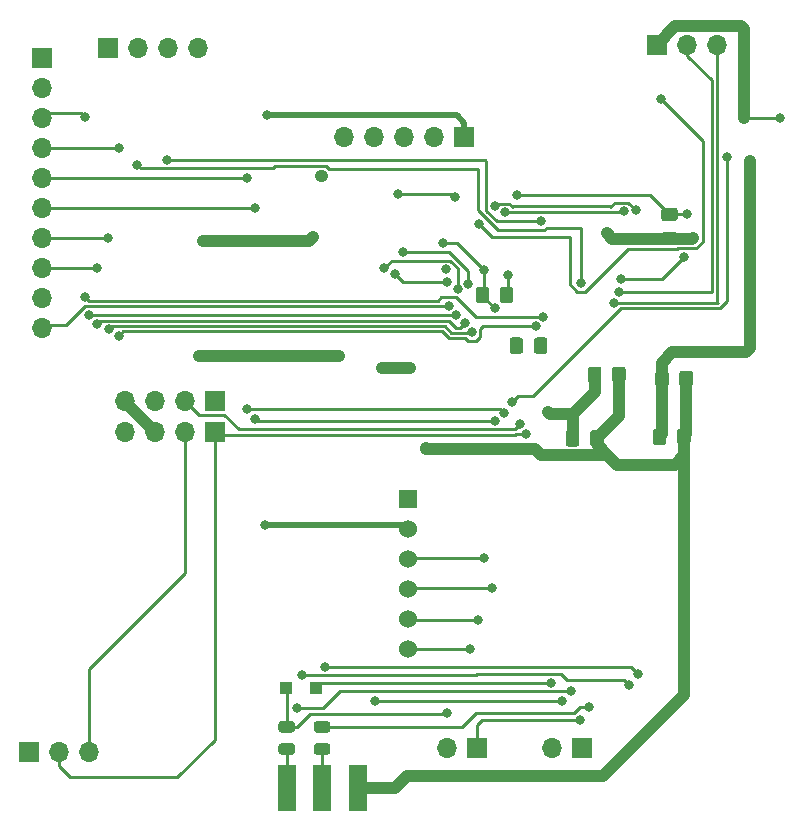
<source format=gbr>
%TF.GenerationSoftware,KiCad,Pcbnew,5.1.6-c6e7f7d~86~ubuntu16.04.1*%
%TF.CreationDate,2021-01-12T06:27:11+00:00*%
%TF.ProjectId,fx502p-minimal-sd,66783530-3270-42d6-9d69-6e696d616c2d,rev?*%
%TF.SameCoordinates,Original*%
%TF.FileFunction,Copper,L2,Bot*%
%TF.FilePolarity,Positive*%
%FSLAX46Y46*%
G04 Gerber Fmt 4.6, Leading zero omitted, Abs format (unit mm)*
G04 Created by KiCad (PCBNEW 5.1.6-c6e7f7d~86~ubuntu16.04.1) date 2021-01-12 06:27:11*
%MOMM*%
%LPD*%
G01*
G04 APERTURE LIST*
%TA.AperFunction,SMDPad,CuDef*%
%ADD10R,1.000000X1.000000*%
%TD*%
%TA.AperFunction,ComponentPad*%
%ADD11O,1.700000X1.700000*%
%TD*%
%TA.AperFunction,ComponentPad*%
%ADD12R,1.700000X1.700000*%
%TD*%
%TA.AperFunction,ConnectorPad*%
%ADD13R,1.524000X4.000000*%
%TD*%
%TA.AperFunction,ComponentPad*%
%ADD14C,1.524000*%
%TD*%
%TA.AperFunction,ComponentPad*%
%ADD15R,1.524000X1.524000*%
%TD*%
%TA.AperFunction,ViaPad*%
%ADD16C,0.800000*%
%TD*%
%TA.AperFunction,Conductor*%
%ADD17C,0.250000*%
%TD*%
%TA.AperFunction,Conductor*%
%ADD18C,0.500000*%
%TD*%
%TA.AperFunction,Conductor*%
%ADD19C,1.000000*%
%TD*%
G04 APERTURE END LIST*
%TO.P,R22,2*%
%TO.N,NRST*%
%TA.AperFunction,SMDPad,CuDef*%
G36*
G01*
X57350001Y-51950000D02*
X56449999Y-51950000D01*
G75*
G02*
X56200000Y-51700001I0J249999D01*
G01*
X56200000Y-51049999D01*
G75*
G02*
X56449999Y-50800000I249999J0D01*
G01*
X57350001Y-50800000D01*
G75*
G02*
X57600000Y-51049999I0J-249999D01*
G01*
X57600000Y-51700001D01*
G75*
G02*
X57350001Y-51950000I-249999J0D01*
G01*
G37*
%TD.AperFunction*%
%TO.P,R22,1*%
%TO.N,+3V3*%
%TA.AperFunction,SMDPad,CuDef*%
G36*
G01*
X57350001Y-54000000D02*
X56449999Y-54000000D01*
G75*
G02*
X56200000Y-53750001I0J249999D01*
G01*
X56200000Y-53099999D01*
G75*
G02*
X56449999Y-52850000I249999J0D01*
G01*
X57350001Y-52850000D01*
G75*
G02*
X57600000Y-53099999I0J-249999D01*
G01*
X57600000Y-53750001D01*
G75*
G02*
X57350001Y-54000000I-249999J0D01*
G01*
G37*
%TD.AperFunction*%
%TD*%
D10*
%TO.P,D1,2*%
%TO.N,Net-(D1-Pad2)*%
X26950000Y-91500000D03*
%TO.P,D1,1*%
%TO.N,Net-(D1-Pad1)*%
X24450000Y-91500000D03*
%TD*%
D11*
%TO.P,J7,10*%
%TO.N,Net-(J7-Pad10)*%
X3810000Y-60960000D03*
%TO.P,J7,9*%
%TO.N,Net-(J7-Pad9)*%
X3810000Y-58420000D03*
%TO.P,J7,8*%
%TO.N,Net-(J7-Pad8)*%
X3810000Y-55880000D03*
%TO.P,J7,7*%
%TO.N,Net-(J7-Pad7)*%
X3810000Y-53340000D03*
%TO.P,J7,6*%
%TO.N,Net-(J7-Pad6)*%
X3810000Y-50800000D03*
%TO.P,J7,5*%
%TO.N,Net-(J7-Pad5)*%
X3810000Y-48260000D03*
%TO.P,J7,4*%
%TO.N,Net-(J7-Pad4)*%
X3810000Y-45720000D03*
%TO.P,J7,3*%
%TO.N,Net-(J7-Pad3)*%
X3810000Y-43180000D03*
%TO.P,J7,2*%
%TO.N,+3V3*%
X3810000Y-40640000D03*
D12*
%TO.P,J7,1*%
%TO.N,CALC_GND*%
X3810000Y-38100000D03*
%TD*%
D11*
%TO.P,J6,3*%
%TO.N,SCL*%
X7780000Y-96900000D03*
%TO.P,J6,2*%
%TO.N,SDA*%
X5240000Y-96900000D03*
D12*
%TO.P,J6,1*%
%TO.N,CALC_GND*%
X2700000Y-96900000D03*
%TD*%
%TO.P,R6,2*%
%TO.N,Net-(P1-Pad2)*%
%TA.AperFunction,SMDPad,CuDef*%
G36*
G01*
X24043750Y-96150000D02*
X24956250Y-96150000D01*
G75*
G02*
X25200000Y-96393750I0J-243750D01*
G01*
X25200000Y-96881250D01*
G75*
G02*
X24956250Y-97125000I-243750J0D01*
G01*
X24043750Y-97125000D01*
G75*
G02*
X23800000Y-96881250I0J243750D01*
G01*
X23800000Y-96393750D01*
G75*
G02*
X24043750Y-96150000I243750J0D01*
G01*
G37*
%TD.AperFunction*%
%TO.P,R6,1*%
%TO.N,Net-(D1-Pad1)*%
%TA.AperFunction,SMDPad,CuDef*%
G36*
G01*
X24043750Y-94275000D02*
X24956250Y-94275000D01*
G75*
G02*
X25200000Y-94518750I0J-243750D01*
G01*
X25200000Y-95006250D01*
G75*
G02*
X24956250Y-95250000I-243750J0D01*
G01*
X24043750Y-95250000D01*
G75*
G02*
X23800000Y-95006250I0J243750D01*
G01*
X23800000Y-94518750D01*
G75*
G02*
X24043750Y-94275000I243750J0D01*
G01*
G37*
%TD.AperFunction*%
%TD*%
%TO.P,R3,2*%
%TO.N,Net-(P1-Pad4)*%
%TA.AperFunction,SMDPad,CuDef*%
G36*
G01*
X27043750Y-96150000D02*
X27956250Y-96150000D01*
G75*
G02*
X28200000Y-96393750I0J-243750D01*
G01*
X28200000Y-96881250D01*
G75*
G02*
X27956250Y-97125000I-243750J0D01*
G01*
X27043750Y-97125000D01*
G75*
G02*
X26800000Y-96881250I0J243750D01*
G01*
X26800000Y-96393750D01*
G75*
G02*
X27043750Y-96150000I243750J0D01*
G01*
G37*
%TD.AperFunction*%
%TO.P,R3,1*%
%TO.N,CALC_CONT*%
%TA.AperFunction,SMDPad,CuDef*%
G36*
G01*
X27043750Y-94275000D02*
X27956250Y-94275000D01*
G75*
G02*
X28200000Y-94518750I0J-243750D01*
G01*
X28200000Y-95006250D01*
G75*
G02*
X27956250Y-95250000I-243750J0D01*
G01*
X27043750Y-95250000D01*
G75*
G02*
X26800000Y-95006250I0J243750D01*
G01*
X26800000Y-94518750D01*
G75*
G02*
X27043750Y-94275000I243750J0D01*
G01*
G37*
%TD.AperFunction*%
%TD*%
D13*
%TO.P,P1,6*%
%TO.N,CALC_GND*%
X30500000Y-99900000D03*
%TO.P,P1,4*%
%TO.N,Net-(P1-Pad4)*%
X27500000Y-99900000D03*
%TO.P,P1,2*%
%TO.N,Net-(P1-Pad2)*%
X24500000Y-99900000D03*
%TD*%
D11*
%TO.P,J10,4*%
%TO.N,CALC_GND*%
X17020000Y-37310000D03*
%TO.P,J10,3*%
%TO.N,SWDCLK*%
X14480000Y-37310000D03*
%TO.P,J10,2*%
%TO.N,SWDIO*%
X11940000Y-37310000D03*
D12*
%TO.P,J10,1*%
%TO.N,+3V3*%
X9400000Y-37310000D03*
%TD*%
D11*
%TO.P,J9,5*%
%TO.N,CALC_GND*%
X29390000Y-44800000D03*
%TO.P,J9,4*%
X31930000Y-44800000D03*
%TO.P,J9,3*%
%TO.N,Net-(J9-Pad3)*%
X34470000Y-44800000D03*
%TO.P,J9,2*%
%TO.N,Net-(J9-Pad2)*%
X37010000Y-44800000D03*
D12*
%TO.P,J9,1*%
%TO.N,+5V*%
X39550000Y-44800000D03*
%TD*%
D11*
%TO.P,J5,4*%
%TO.N,+3V3*%
X10780000Y-67160000D03*
%TO.P,J5,3*%
%TO.N,CALC_GND*%
X13320000Y-67160000D03*
%TO.P,J5,2*%
%TO.N,SCL*%
X15860000Y-67160000D03*
D12*
%TO.P,J5,1*%
%TO.N,SDA*%
X18400000Y-67160000D03*
%TD*%
D11*
%TO.P,J4,4*%
%TO.N,CALC_GND*%
X10780000Y-69800000D03*
%TO.P,J4,3*%
%TO.N,+3V3*%
X13320000Y-69800000D03*
%TO.P,J4,2*%
%TO.N,SCL*%
X15860000Y-69800000D03*
D12*
%TO.P,J4,1*%
%TO.N,SDA*%
X18400000Y-69800000D03*
%TD*%
D11*
%TO.P,J3,3*%
%TO.N,TX*%
X60930000Y-37000000D03*
%TO.P,J3,2*%
%TO.N,RX*%
X58390000Y-37000000D03*
D12*
%TO.P,J3,1*%
%TO.N,CALC_GND*%
X55850000Y-37000000D03*
%TD*%
D11*
%TO.P,J2,2*%
%TO.N,Net-(D1-Pad1)*%
X38100000Y-96520000D03*
D12*
%TO.P,J2,1*%
%TO.N,CALC_VCC_GPIO*%
X40640000Y-96520000D03*
%TD*%
D11*
%TO.P,J1,2*%
%TO.N,Net-(D1-Pad2)*%
X46990000Y-96520000D03*
D12*
%TO.P,J1,1*%
%TO.N,+3V3*%
X49530000Y-96520000D03*
%TD*%
%TO.P,C35,2*%
%TO.N,CALC_GND*%
%TA.AperFunction,SMDPad,CuDef*%
G36*
G01*
X52050000Y-65400001D02*
X52050000Y-64499999D01*
G75*
G02*
X52299999Y-64250000I249999J0D01*
G01*
X52950001Y-64250000D01*
G75*
G02*
X53200000Y-64499999I0J-249999D01*
G01*
X53200000Y-65400001D01*
G75*
G02*
X52950001Y-65650000I-249999J0D01*
G01*
X52299999Y-65650000D01*
G75*
G02*
X52050000Y-65400001I0J249999D01*
G01*
G37*
%TD.AperFunction*%
%TO.P,C35,1*%
%TO.N,+3V3*%
%TA.AperFunction,SMDPad,CuDef*%
G36*
G01*
X50000000Y-65400001D02*
X50000000Y-64499999D01*
G75*
G02*
X50249999Y-64250000I249999J0D01*
G01*
X50900001Y-64250000D01*
G75*
G02*
X51150000Y-64499999I0J-249999D01*
G01*
X51150000Y-65400001D01*
G75*
G02*
X50900001Y-65650000I-249999J0D01*
G01*
X50249999Y-65650000D01*
G75*
G02*
X50000000Y-65400001I0J249999D01*
G01*
G37*
%TD.AperFunction*%
%TD*%
%TO.P,C34,2*%
%TO.N,CALC_GND*%
%TA.AperFunction,SMDPad,CuDef*%
G36*
G01*
X50175001Y-70785002D02*
X50175001Y-69885000D01*
G75*
G02*
X50425000Y-69635001I249999J0D01*
G01*
X51075002Y-69635001D01*
G75*
G02*
X51325001Y-69885000I0J-249999D01*
G01*
X51325001Y-70785002D01*
G75*
G02*
X51075002Y-71035001I-249999J0D01*
G01*
X50425000Y-71035001D01*
G75*
G02*
X50175001Y-70785002I0J249999D01*
G01*
G37*
%TD.AperFunction*%
%TO.P,C34,1*%
%TO.N,+3V3*%
%TA.AperFunction,SMDPad,CuDef*%
G36*
G01*
X48125001Y-70785002D02*
X48125001Y-69885000D01*
G75*
G02*
X48375000Y-69635001I249999J0D01*
G01*
X49025002Y-69635001D01*
G75*
G02*
X49275001Y-69885000I0J-249999D01*
G01*
X49275001Y-70785002D01*
G75*
G02*
X49025002Y-71035001I-249999J0D01*
G01*
X48375000Y-71035001D01*
G75*
G02*
X48125001Y-70785002I0J249999D01*
G01*
G37*
%TD.AperFunction*%
%TD*%
%TO.P,C32,2*%
%TO.N,N/C*%
%TA.AperFunction,SMDPad,CuDef*%
G36*
G01*
X45425001Y-62935002D02*
X45425001Y-62035000D01*
G75*
G02*
X45675000Y-61785001I249999J0D01*
G01*
X46325002Y-61785001D01*
G75*
G02*
X46575001Y-62035000I0J-249999D01*
G01*
X46575001Y-62935002D01*
G75*
G02*
X46325002Y-63185001I-249999J0D01*
G01*
X45675000Y-63185001D01*
G75*
G02*
X45425001Y-62935002I0J249999D01*
G01*
G37*
%TD.AperFunction*%
%TO.P,C32,1*%
%TA.AperFunction,SMDPad,CuDef*%
G36*
G01*
X43375001Y-62935002D02*
X43375001Y-62035000D01*
G75*
G02*
X43625000Y-61785001I249999J0D01*
G01*
X44275002Y-61785001D01*
G75*
G02*
X44525001Y-62035000I0J-249999D01*
G01*
X44525001Y-62935002D01*
G75*
G02*
X44275002Y-63185001I-249999J0D01*
G01*
X43625000Y-63185001D01*
G75*
G02*
X43375001Y-62935002I0J249999D01*
G01*
G37*
%TD.AperFunction*%
%TD*%
%TO.P,C31,2*%
%TO.N,CALC_GND*%
%TA.AperFunction,SMDPad,CuDef*%
G36*
G01*
X57750000Y-65750001D02*
X57750000Y-64849999D01*
G75*
G02*
X57999999Y-64600000I249999J0D01*
G01*
X58650001Y-64600000D01*
G75*
G02*
X58900000Y-64849999I0J-249999D01*
G01*
X58900000Y-65750001D01*
G75*
G02*
X58650001Y-66000000I-249999J0D01*
G01*
X57999999Y-66000000D01*
G75*
G02*
X57750000Y-65750001I0J249999D01*
G01*
G37*
%TD.AperFunction*%
%TO.P,C31,1*%
%TO.N,+3V3*%
%TA.AperFunction,SMDPad,CuDef*%
G36*
G01*
X55700000Y-65750001D02*
X55700000Y-64849999D01*
G75*
G02*
X55949999Y-64600000I249999J0D01*
G01*
X56600001Y-64600000D01*
G75*
G02*
X56850000Y-64849999I0J-249999D01*
G01*
X56850000Y-65750001D01*
G75*
G02*
X56600001Y-66000000I-249999J0D01*
G01*
X55949999Y-66000000D01*
G75*
G02*
X55700000Y-65750001I0J249999D01*
G01*
G37*
%TD.AperFunction*%
%TD*%
%TO.P,C26,2*%
%TO.N,CALC_GND*%
%TA.AperFunction,SMDPad,CuDef*%
G36*
G01*
X42550000Y-58650001D02*
X42550000Y-57749999D01*
G75*
G02*
X42799999Y-57500000I249999J0D01*
G01*
X43450001Y-57500000D01*
G75*
G02*
X43700000Y-57749999I0J-249999D01*
G01*
X43700000Y-58650001D01*
G75*
G02*
X43450001Y-58900000I-249999J0D01*
G01*
X42799999Y-58900000D01*
G75*
G02*
X42550000Y-58650001I0J249999D01*
G01*
G37*
%TD.AperFunction*%
%TO.P,C26,1*%
%TO.N,+3V3*%
%TA.AperFunction,SMDPad,CuDef*%
G36*
G01*
X40500000Y-58650001D02*
X40500000Y-57749999D01*
G75*
G02*
X40749999Y-57500000I249999J0D01*
G01*
X41400001Y-57500000D01*
G75*
G02*
X41650000Y-57749999I0J-249999D01*
G01*
X41650000Y-58650001D01*
G75*
G02*
X41400001Y-58900000I-249999J0D01*
G01*
X40749999Y-58900000D01*
G75*
G02*
X40500000Y-58650001I0J249999D01*
G01*
G37*
%TD.AperFunction*%
%TD*%
%TO.P,C19,2*%
%TO.N,CALC_GND*%
%TA.AperFunction,SMDPad,CuDef*%
G36*
G01*
X57550000Y-70650001D02*
X57550000Y-69749999D01*
G75*
G02*
X57799999Y-69500000I249999J0D01*
G01*
X58450001Y-69500000D01*
G75*
G02*
X58700000Y-69749999I0J-249999D01*
G01*
X58700000Y-70650001D01*
G75*
G02*
X58450001Y-70900000I-249999J0D01*
G01*
X57799999Y-70900000D01*
G75*
G02*
X57550000Y-70650001I0J249999D01*
G01*
G37*
%TD.AperFunction*%
%TO.P,C19,1*%
%TO.N,+3V3*%
%TA.AperFunction,SMDPad,CuDef*%
G36*
G01*
X55500000Y-70650001D02*
X55500000Y-69749999D01*
G75*
G02*
X55749999Y-69500000I249999J0D01*
G01*
X56400001Y-69500000D01*
G75*
G02*
X56650000Y-69749999I0J-249999D01*
G01*
X56650000Y-70650001D01*
G75*
G02*
X56400001Y-70900000I-249999J0D01*
G01*
X55749999Y-70900000D01*
G75*
G02*
X55500000Y-70650001I0J249999D01*
G01*
G37*
%TD.AperFunction*%
%TD*%
D14*
%TO.P,A1,6*%
%TO.N,SD_CS*%
X34800000Y-88200000D03*
%TO.P,A1,5*%
%TO.N,SD_CLK*%
X34800000Y-85660000D03*
%TO.P,A1,4*%
%TO.N,SD_MOSI*%
X34800000Y-83120000D03*
%TO.P,A1,3*%
%TO.N,SD_MISO*%
X34800000Y-80580000D03*
%TO.P,A1,2*%
%TO.N,+5V*%
X34800000Y-78040000D03*
D15*
%TO.P,A1,1*%
%TO.N,CALC_GND*%
X34800000Y-75500000D03*
%TD*%
D16*
%TO.N,SD_CS*%
X40000000Y-88200000D03*
%TO.N,SD_CLK*%
X40675000Y-85700000D03*
%TO.N,SD_MOSI*%
X41900000Y-83000000D03*
%TO.N,SD_MISO*%
X41175000Y-80500000D03*
%TO.N,+5V*%
X22700000Y-77700000D03*
X22800000Y-42950000D03*
%TO.N,CALC_GND*%
X58100000Y-55000000D03*
X52800000Y-56800000D03*
X34650000Y-98900000D03*
X66300000Y-43200000D03*
X63200000Y-43200000D03*
X43250000Y-56500000D03*
X52600000Y-97600000D03*
X45500000Y-71200000D03*
X34950000Y-64400000D03*
X32600000Y-64350000D03*
X17050000Y-63350000D03*
X28950000Y-63400000D03*
X17400000Y-53650000D03*
X26750000Y-53300000D03*
X27400000Y-48150000D03*
X36262001Y-71187999D03*
%TO.N,+3V3*%
X38000000Y-56000000D03*
X58900000Y-53350000D03*
X63750000Y-53250000D03*
X63700000Y-46850000D03*
X51600000Y-52950000D03*
X41200000Y-56100000D03*
X42150000Y-59325000D03*
X37700000Y-53800000D03*
X46650000Y-68100000D03*
%TO.N,NRST*%
X38100000Y-57100000D03*
X58400000Y-51300000D03*
X33650000Y-56437480D03*
X33900000Y-49650000D03*
X38750000Y-49900000D03*
X44000000Y-49750000D03*
%TO.N,Net-(D1-Pad2)*%
X46900000Y-91027000D03*
%TO.N,TX*%
X52200000Y-58850000D03*
%TO.N,RX*%
X52667888Y-57966211D03*
%TO.N,SCL*%
X44225000Y-69129976D03*
%TO.N,SDA*%
X44725000Y-70000000D03*
%TO.N,SWDCLK*%
X46050000Y-51925000D03*
X14400000Y-46750000D03*
%TO.N,SWDIO*%
X49450000Y-57175000D03*
X11850000Y-47200000D03*
%TO.N,CALC_CE*%
X48600000Y-91752000D03*
X25400000Y-93200000D03*
%TO.N,CALC_D3*%
X43000000Y-51200000D03*
X53100000Y-51100000D03*
X53500000Y-91200000D03*
X25800000Y-90400000D03*
%TO.N,CALC_CONT*%
X50113735Y-93113735D03*
%TO.N,CALC_OP*%
X54097787Y-51033481D03*
X42133973Y-50700001D03*
X54250001Y-90305571D03*
X27750000Y-89675000D03*
%TO.N,CALC_SP*%
X47800000Y-92600000D03*
X32000000Y-92600000D03*
%TO.N,BOOT0*%
X40750000Y-52200000D03*
X56200000Y-41600000D03*
%TO.N,PA12*%
X34375000Y-54549999D03*
X39887265Y-57225000D03*
%TO.N,BOOT1*%
X61800000Y-46550000D03*
X43600000Y-67250000D03*
%TO.N,PA11*%
X38996626Y-57684634D03*
X32750001Y-55931616D03*
%TO.N,CALC_VCC_GPIO*%
X49300000Y-94200000D03*
%TO.N,Net-(J7-Pad10)*%
X38222787Y-59118220D03*
%TO.N,Net-(J7-Pad9)*%
X38814669Y-59924247D03*
X7750000Y-59850000D03*
%TO.N,Net-(J7-Pad8)*%
X39590673Y-60554978D03*
X8457108Y-60649247D03*
X8400000Y-55900000D03*
%TO.N,Net-(J7-Pad7)*%
X40178109Y-61364251D03*
X9450041Y-61099257D03*
X9400000Y-53350000D03*
%TO.N,Net-(J7-Pad6)*%
X42175000Y-68850000D03*
X21850000Y-68700000D03*
X21850000Y-50800000D03*
%TO.N,Net-(J7-Pad5)*%
X42934258Y-68199207D03*
X21125000Y-67867948D03*
X21150000Y-48250000D03*
%TO.N,Net-(J7-Pad4)*%
X45575304Y-60830870D03*
X10268680Y-61673568D03*
X10300000Y-45750000D03*
%TO.N,Net-(J7-Pad3)*%
X46200000Y-60050000D03*
X7450000Y-58393220D03*
X7450000Y-43150000D03*
%TO.N,Net-(D1-Pad1)*%
X38100000Y-93600000D03*
%TD*%
D17*
%TO.N,SD_CS*%
X40000000Y-88200000D02*
X34800000Y-88200000D01*
%TO.N,SD_CLK*%
X34840000Y-85700000D02*
X34800000Y-85660000D01*
X40675000Y-85700000D02*
X34840000Y-85700000D01*
%TO.N,SD_MOSI*%
X34920000Y-83000000D02*
X34800000Y-83120000D01*
X41900000Y-83000000D02*
X34920000Y-83000000D01*
%TO.N,SD_MISO*%
X34880000Y-80500000D02*
X34800000Y-80580000D01*
X41175000Y-80500000D02*
X34880000Y-80500000D01*
D18*
%TO.N,+5V*%
X39550000Y-43600000D02*
X38900000Y-42950000D01*
X39550000Y-44800000D02*
X39550000Y-43600000D01*
X38900000Y-42950000D02*
X22800000Y-42950000D01*
X34460000Y-77700000D02*
X34800000Y-78040000D01*
X22700000Y-77700000D02*
X34460000Y-77700000D01*
D17*
%TO.N,CALC_GND*%
X56300000Y-56800000D02*
X52800000Y-56800000D01*
X58100000Y-55000000D02*
X56300000Y-56800000D01*
D19*
X30500000Y-99900000D02*
X33625010Y-99900000D01*
X33625010Y-99900000D02*
X33650000Y-99900000D01*
X33650000Y-99900000D02*
X34650000Y-98900000D01*
X34650000Y-98900000D02*
X51300000Y-98900000D01*
X51300000Y-98900000D02*
X52600000Y-97600000D01*
D17*
X66300000Y-43200000D02*
X63200000Y-43200000D01*
X43250000Y-58075000D02*
X43125000Y-58200000D01*
X43250000Y-56500000D02*
X43250000Y-58075000D01*
D19*
X52600000Y-97600000D02*
X52600000Y-97600000D01*
X50750001Y-70335001D02*
X50750001Y-70850001D01*
X52450000Y-72550000D02*
X57350000Y-72550000D01*
X58125000Y-71775000D02*
X58125000Y-70200000D01*
X57350000Y-72550000D02*
X58125000Y-71775000D01*
X58325000Y-70000000D02*
X58125000Y-70200000D01*
X58325000Y-65300000D02*
X58325000Y-70000000D01*
X52625000Y-68460002D02*
X50750001Y-70335001D01*
X52625000Y-64950000D02*
X52625000Y-68460002D01*
X58125000Y-92075000D02*
X52600000Y-97600000D01*
X58125000Y-71775000D02*
X58125000Y-92075000D01*
X46035011Y-71735011D02*
X51635011Y-71735011D01*
X51635011Y-71735011D02*
X51800000Y-71900000D01*
X45500000Y-71200000D02*
X46035011Y-71735011D01*
X50750001Y-70850001D02*
X51800000Y-71900000D01*
X51800000Y-71900000D02*
X52450000Y-72550000D01*
X32650000Y-64400000D02*
X32600000Y-64350000D01*
X34950000Y-64400000D02*
X32650000Y-64400000D01*
X28900000Y-63350000D02*
X28950000Y-63400000D01*
X17050000Y-63350000D02*
X28900000Y-63350000D01*
X26400000Y-53650000D02*
X26750000Y-53300000D01*
X17400000Y-53650000D02*
X26400000Y-53650000D01*
X27450000Y-48100000D02*
X27400000Y-48150000D01*
X45500000Y-71200000D02*
X36274002Y-71200000D01*
X36274002Y-71200000D02*
X36262001Y-71187999D01*
X63200000Y-43200000D02*
X63200000Y-35650000D01*
X63000000Y-35450000D02*
X63000000Y-35379977D01*
X63000000Y-35450000D02*
X63200000Y-35650000D01*
X57400001Y-35449999D02*
X55850000Y-37000000D01*
X63000000Y-35450000D02*
X57400001Y-35449999D01*
%TO.N,+3V3*%
X58825000Y-53425000D02*
X58900000Y-53350000D01*
X56900000Y-53425000D02*
X58825000Y-53425000D01*
X63750000Y-46900000D02*
X63700000Y-46850000D01*
X63750000Y-53250000D02*
X63750000Y-46900000D01*
X52075000Y-53425000D02*
X51600000Y-52950000D01*
X56900000Y-53425000D02*
X52075000Y-53425000D01*
D17*
X41200000Y-58075000D02*
X41075000Y-58200000D01*
X41200000Y-56100000D02*
X41200000Y-58075000D01*
X41075000Y-58250000D02*
X42150000Y-59325000D01*
X41075000Y-58200000D02*
X41075000Y-58250000D01*
X38900000Y-53800000D02*
X41200000Y-56100000D01*
X37700000Y-53800000D02*
X38900000Y-53800000D01*
D19*
X63750000Y-53250000D02*
X63750000Y-62650000D01*
X63750000Y-62650000D02*
X63350000Y-63050000D01*
X63350000Y-63050000D02*
X57150000Y-63050000D01*
X56275000Y-63925000D02*
X56275000Y-65300000D01*
X57150000Y-63050000D02*
X56275000Y-63925000D01*
X50575000Y-64950000D02*
X50575000Y-66375000D01*
X48700001Y-68249999D02*
X48700001Y-70335001D01*
X50575000Y-66375000D02*
X48700001Y-68249999D01*
X56275000Y-70000000D02*
X56075000Y-70200000D01*
X56275000Y-65300000D02*
X56275000Y-70000000D01*
X46799999Y-68249999D02*
X46650000Y-68100000D01*
X48700001Y-68249999D02*
X46799999Y-68249999D01*
X10780000Y-67260000D02*
X13320000Y-69800000D01*
X10780000Y-67160000D02*
X10780000Y-67260000D01*
D17*
%TO.N,NRST*%
X56975000Y-51300000D02*
X56900000Y-51375000D01*
X58400000Y-51300000D02*
X56975000Y-51300000D01*
X34312520Y-57100000D02*
X33650000Y-56437480D01*
X38100000Y-57100000D02*
X34312520Y-57100000D01*
X38500000Y-49650000D02*
X38750000Y-49900000D01*
X33900000Y-49650000D02*
X38500000Y-49650000D01*
X55275000Y-49750000D02*
X56900000Y-51375000D01*
X44000000Y-49750000D02*
X55275000Y-49750000D01*
%TO.N,Net-(D1-Pad2)*%
X27423000Y-91027000D02*
X46900000Y-91027000D01*
X26950000Y-91500000D02*
X27423000Y-91027000D01*
%TO.N,TX*%
X52200000Y-58850000D02*
X61000000Y-58850000D01*
X60960000Y-58810000D02*
X60960000Y-36830000D01*
X61000000Y-58850000D02*
X60960000Y-58810000D01*
%TO.N,RX*%
X52667888Y-57966211D02*
X60476201Y-57966211D01*
X60476201Y-57966211D02*
X60476201Y-40026201D01*
X58420000Y-37970000D02*
X58420000Y-36830000D01*
X60476201Y-40026201D02*
X58420000Y-37970000D01*
%TO.N,SCL*%
X15860000Y-69800000D02*
X15860000Y-81740000D01*
X7780000Y-89820000D02*
X7780000Y-96900000D01*
X15860000Y-81740000D02*
X7780000Y-89820000D01*
X17035001Y-68335001D02*
X15860000Y-67160000D01*
X19220003Y-68335001D02*
X17035001Y-68335001D01*
X20460003Y-69575001D02*
X19220003Y-68335001D01*
X43700010Y-69549990D02*
X43675000Y-69575000D01*
X43804986Y-69549990D02*
X43700010Y-69549990D01*
X44225000Y-69129976D02*
X43804986Y-69549990D01*
X42975000Y-69575000D02*
X42974999Y-69575001D01*
X42974999Y-69575001D02*
X20460003Y-69575001D01*
X43675000Y-69575000D02*
X42975000Y-69575000D01*
X43124999Y-69575001D02*
X42974999Y-69575001D01*
%TO.N,SDA*%
X18400000Y-69800000D02*
X18400000Y-95850000D01*
X18400000Y-95850000D02*
X15250000Y-99000000D01*
X15250000Y-99000000D02*
X6150000Y-99000000D01*
X5240000Y-98090000D02*
X5240000Y-96900000D01*
X6150000Y-99000000D02*
X5240000Y-98090000D01*
X18625010Y-70025010D02*
X18400000Y-69800000D01*
X43862323Y-70025010D02*
X18625010Y-70025010D01*
X43887333Y-70000000D02*
X43862323Y-70025010D01*
X44725000Y-70000000D02*
X43887333Y-70000000D01*
%TO.N,SWDCLK*%
X42285970Y-51925000D02*
X46050000Y-51925000D01*
X14400000Y-46750000D02*
X14450000Y-46800000D01*
X41317944Y-46800000D02*
X41408972Y-46891028D01*
X14450000Y-46800000D02*
X41317944Y-46800000D01*
X41408972Y-51048002D02*
X42285970Y-51925000D01*
X41408972Y-46891028D02*
X41408972Y-51048002D01*
%TO.N,SWDIO*%
X49450000Y-57175000D02*
X49450000Y-52550000D01*
X46498002Y-52550000D02*
X46398001Y-52650001D01*
X49450000Y-52550000D02*
X46498002Y-52550000D01*
X42374561Y-52650001D02*
X40683972Y-50959412D01*
X40683972Y-50959412D02*
X40683972Y-47525000D01*
X46398001Y-52650001D02*
X42374561Y-52650001D01*
X23301999Y-47475001D02*
X12125001Y-47475001D01*
X12125001Y-47475001D02*
X11850000Y-47200000D01*
X23502009Y-47274991D02*
X23301999Y-47475001D01*
X27791731Y-47274991D02*
X23502009Y-47274991D01*
X28041740Y-47525000D02*
X27791731Y-47274991D01*
X40683972Y-47525000D02*
X28041740Y-47525000D01*
%TO.N,CALC_CE*%
X48600000Y-91752000D02*
X46148000Y-91752000D01*
X46148000Y-91752000D02*
X29048000Y-91752000D01*
X27600000Y-93200000D02*
X25400000Y-93200000D01*
X29048000Y-91752000D02*
X27600000Y-93200000D01*
%TO.N,CALC_D3*%
X53000000Y-51200000D02*
X53100000Y-51100000D01*
X43000000Y-51200000D02*
X53000000Y-51200000D01*
X53100001Y-90800001D02*
X48199999Y-90800001D01*
X53500000Y-91200000D02*
X53100001Y-90800001D01*
X40500000Y-90400000D02*
X25800000Y-90400000D01*
X40598001Y-90301999D02*
X40500000Y-90400000D01*
X47701997Y-90301999D02*
X40598001Y-90301999D01*
X48199999Y-90800001D02*
X47701997Y-90301999D01*
%TO.N,CALC_CONT*%
X48826998Y-93600000D02*
X49313263Y-93113735D01*
X39337500Y-94762500D02*
X40500000Y-93600000D01*
X40500000Y-93600000D02*
X48826998Y-93600000D01*
X27500000Y-94762500D02*
X39337500Y-94762500D01*
X49313263Y-93113735D02*
X50113735Y-93113735D01*
%TO.N,CALC_OP*%
X53439305Y-50374999D02*
X54097787Y-51033481D01*
X51899990Y-50749990D02*
X52274981Y-50374999D01*
X52274981Y-50374999D02*
X53439305Y-50374999D01*
X42358975Y-50474999D02*
X43348001Y-50474999D01*
X43622992Y-50749990D02*
X43672982Y-50700000D01*
X51850000Y-50700000D02*
X51899990Y-50749990D01*
X43672982Y-50700000D02*
X51850000Y-50700000D01*
X43348001Y-50474999D02*
X43622992Y-50749990D01*
X42133973Y-50700001D02*
X42358975Y-50474999D01*
X53619430Y-89675000D02*
X40275000Y-89675000D01*
X54250001Y-90305571D02*
X53619430Y-89675000D01*
X40275000Y-89675000D02*
X27750000Y-89675000D01*
X40411410Y-89675000D02*
X40275000Y-89675000D01*
%TO.N,CALC_SP*%
X47800000Y-92600000D02*
X32000000Y-92600000D01*
%TO.N,BOOT0*%
X41850000Y-53300000D02*
X48500000Y-53300000D01*
X40750000Y-52200000D02*
X41850000Y-53300000D01*
X59725009Y-45125009D02*
X56200000Y-41600000D01*
X59725009Y-53691731D02*
X59725009Y-45125009D01*
X57588180Y-54325010D02*
X57663180Y-54250010D01*
X53372992Y-54325010D02*
X57588180Y-54325010D01*
X49798001Y-57900001D02*
X53372992Y-54325010D01*
X57663180Y-54250010D02*
X59166731Y-54250009D01*
X49101999Y-57900001D02*
X49798001Y-57900001D01*
X59166731Y-54250009D02*
X59725009Y-53691731D01*
X48500000Y-57298002D02*
X49101999Y-57900001D01*
X48500000Y-53300000D02*
X48500000Y-57298002D01*
%TO.N,PA12*%
X38259411Y-54549999D02*
X34375000Y-54549999D01*
X39887265Y-57225000D02*
X39887265Y-56177853D01*
X39887265Y-56177853D02*
X38259411Y-54549999D01*
%TO.N,BOOT1*%
X61800000Y-58686410D02*
X61800000Y-46550000D01*
X61186401Y-59300009D02*
X61800000Y-58686410D01*
X45373002Y-66750000D02*
X52822992Y-59300010D01*
X52822992Y-59300010D02*
X61186401Y-59300009D01*
X44100000Y-66750000D02*
X44950000Y-66750000D01*
X43600000Y-67250000D02*
X44100000Y-66750000D01*
X44950000Y-66750000D02*
X45373002Y-66750000D01*
X44650000Y-66750000D02*
X44950000Y-66750000D01*
%TO.N,PA11*%
X38996626Y-57684634D02*
X38996626Y-55923624D01*
X38996626Y-55923624D02*
X38348001Y-55274999D01*
X33406618Y-55274999D02*
X32750001Y-55931616D01*
X38348001Y-55274999D02*
X33406618Y-55274999D01*
%TO.N,Net-(P1-Pad4)*%
X27500000Y-96637500D02*
X27500000Y-99900000D01*
%TO.N,Net-(P1-Pad2)*%
X24500000Y-96637500D02*
X24500000Y-99900000D01*
%TO.N,CALC_VCC_GPIO*%
X49300000Y-94200000D02*
X41000000Y-94200000D01*
X40640000Y-94560000D02*
X40640000Y-96520000D01*
X41000000Y-94200000D02*
X40640000Y-94560000D01*
%TO.N,Net-(J7-Pad10)*%
X38222787Y-59118220D02*
X7418220Y-59118220D01*
X7418220Y-59118220D02*
X5800000Y-60736440D01*
X4033560Y-60736440D02*
X3810000Y-60960000D01*
X5800000Y-60736440D02*
X4033560Y-60736440D01*
%TO.N,Net-(J7-Pad9)*%
X7824247Y-59924247D02*
X7750000Y-59850000D01*
X38814669Y-59924247D02*
X7824247Y-59924247D01*
%TO.N,Net-(J7-Pad8)*%
X38804977Y-60954977D02*
X38224257Y-60374257D01*
X39190674Y-60954977D02*
X38804977Y-60954977D01*
X39590673Y-60554978D02*
X39190674Y-60954977D01*
X8732098Y-60374257D02*
X8457108Y-60649247D01*
X38224257Y-60374257D02*
X8732098Y-60374257D01*
X3830000Y-55900000D02*
X3810000Y-55880000D01*
X8400000Y-55900000D02*
X3830000Y-55900000D01*
%TO.N,Net-(J7-Pad7)*%
X38454987Y-61404987D02*
X37874267Y-60824267D01*
X39973515Y-61404987D02*
X38454987Y-61404987D01*
X40014251Y-61364251D02*
X39973515Y-61404987D01*
X40178109Y-61364251D02*
X40014251Y-61364251D01*
X9725031Y-60824267D02*
X9450041Y-61099257D01*
X37874267Y-60824267D02*
X9725031Y-60824267D01*
X3820000Y-53350000D02*
X3810000Y-53340000D01*
X9400000Y-53350000D02*
X3820000Y-53350000D01*
%TO.N,Net-(J7-Pad6)*%
X22000000Y-68850000D02*
X21850000Y-68700000D01*
X42175000Y-68850000D02*
X22000000Y-68850000D01*
X21850000Y-50800000D02*
X3810000Y-50800000D01*
%TO.N,Net-(J7-Pad5)*%
X42602999Y-67867948D02*
X21125000Y-67867948D01*
X42934258Y-68199207D02*
X42602999Y-67867948D01*
X3820000Y-48250000D02*
X3810000Y-48260000D01*
X21150000Y-48250000D02*
X3820000Y-48250000D01*
%TO.N,Net-(J7-Pad4)*%
X45575304Y-60830870D02*
X41130870Y-60830870D01*
X40526110Y-62089252D02*
X39830108Y-62089252D01*
X40903110Y-61058630D02*
X40903110Y-61712252D01*
X40903110Y-61712252D02*
X40526110Y-62089252D01*
X41130870Y-60830870D02*
X40903110Y-61058630D01*
X38204997Y-61854997D02*
X37624277Y-61274277D01*
X39595853Y-61854997D02*
X38204997Y-61854997D01*
X39830108Y-62089252D02*
X39595853Y-61854997D01*
X37624277Y-61274277D02*
X11600000Y-61274277D01*
X10667971Y-61274277D02*
X10268680Y-61673568D01*
X11600000Y-61274277D02*
X10667971Y-61274277D01*
X3840000Y-45750000D02*
X3810000Y-45720000D01*
X10300000Y-45750000D02*
X3840000Y-45750000D01*
%TO.N,Net-(J7-Pad3)*%
X46200000Y-60050000D02*
X40500000Y-60050000D01*
X38843219Y-58393219D02*
X37606781Y-58393219D01*
X40500000Y-60050000D02*
X38843219Y-58393219D01*
X37606781Y-58393219D02*
X37331790Y-58668210D01*
X7724990Y-58668210D02*
X7450000Y-58393220D01*
X37331790Y-58668210D02*
X7724990Y-58668210D01*
X4239999Y-42750001D02*
X3810000Y-43180000D01*
X7050001Y-42750001D02*
X4239999Y-42750001D01*
X7450000Y-43150000D02*
X7050001Y-42750001D01*
%TO.N,Net-(D1-Pad1)*%
X24500000Y-91550000D02*
X24450000Y-91500000D01*
X24500000Y-94762500D02*
X24500000Y-91550000D01*
X24500000Y-94762500D02*
X25337500Y-94762500D01*
X38049990Y-93650010D02*
X38100000Y-93600000D01*
X26449990Y-93650010D02*
X38049990Y-93650010D01*
X25337500Y-94762500D02*
X26449990Y-93650010D01*
%TD*%
M02*

</source>
